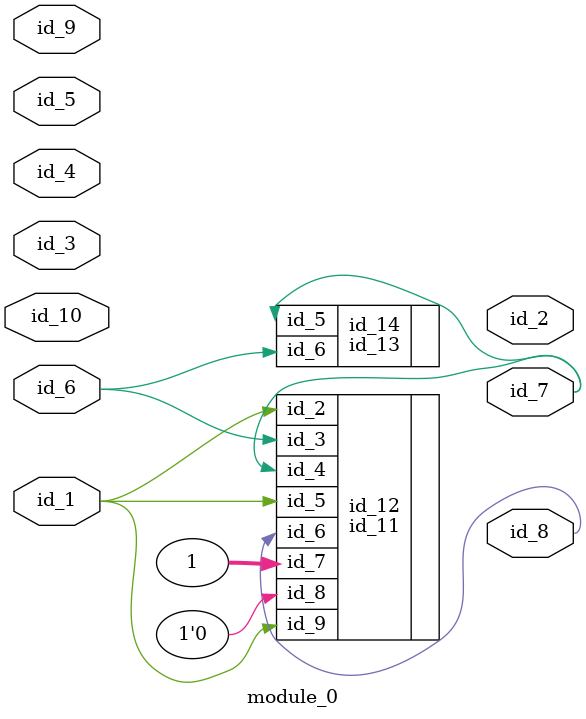
<source format=v>
module module_0 (
    id_1,
    id_2,
    id_3,
    id_4,
    id_5,
    id_6,
    id_7,
    id_8,
    id_9,
    id_10
);
  input id_10;
  input id_9;
  output id_8;
  output id_7;
  input id_6;
  input id_5;
  input id_4;
  input id_3;
  output id_2;
  input id_1;
  id_11 id_12 (
      .id_3(1'b0),
      .id_4(1),
      .id_6(id_8),
      .id_4(id_7),
      .id_2(id_1),
      .id_9(id_1),
      .id_3(id_6),
      .id_7(1),
      .id_5(id_1),
      .id_8(1'b0)
  );
  id_13 id_14 (
      .id_5(id_7),
      .id_6(1'b0),
      .id_6(id_6)
  );
endmodule

</source>
